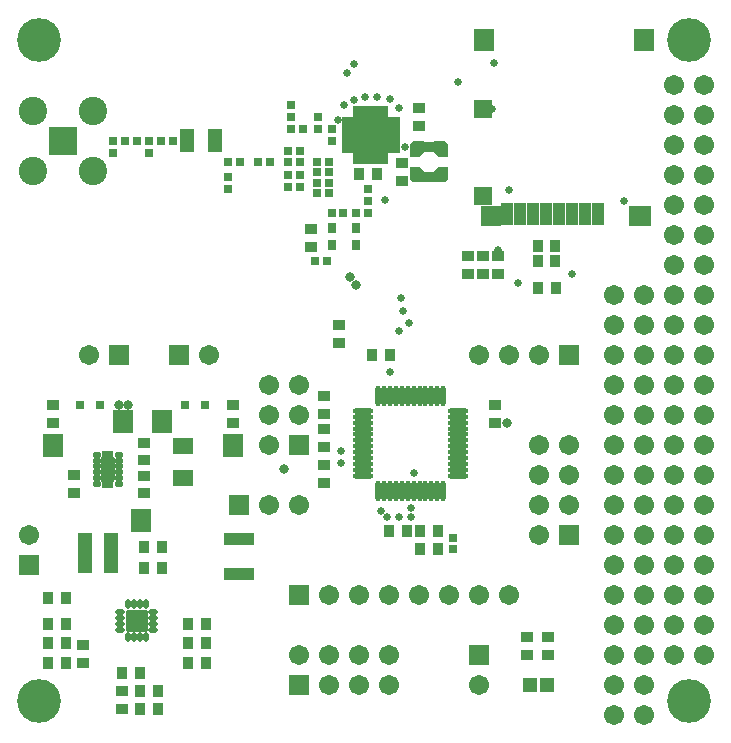
<source format=gts>
G04*
G04 #@! TF.GenerationSoftware,Altium Limited,Altium Designer,20.1.11 (218)*
G04*
G04 Layer_Color=8388736*
%FSLAX25Y25*%
%MOIN*%
G70*
G04*
G04 #@! TF.SameCoordinates,CF1E9CB3-0BC2-4E6C-9A0D-545EBE8527ED*
G04*
G04*
G04 #@! TF.FilePolarity,Negative*
G04*
G01*
G75*
%ADD15R,0.09843X0.03937*%
%ADD16R,0.03556X0.04343*%
%ADD17R,0.04343X0.03556*%
G04:AMPARAMS|DCode=18|XSize=43.43mil|YSize=86.74mil|CornerRadius=5.95mil|HoleSize=0mil|Usage=FLASHONLY|Rotation=180.000|XOffset=0mil|YOffset=0mil|HoleType=Round|Shape=RoundedRectangle|*
%AMROUNDEDRECTD18*
21,1,0.04343,0.07484,0,0,180.0*
21,1,0.03154,0.08674,0,0,180.0*
1,1,0.01190,-0.01577,0.03742*
1,1,0.01190,0.01577,0.03742*
1,1,0.01190,0.01577,-0.03742*
1,1,0.01190,-0.01577,-0.03742*
%
%ADD18ROUNDEDRECTD18*%
G04:AMPARAMS|DCode=19|XSize=17.84mil|YSize=27.69mil|CornerRadius=5.97mil|HoleSize=0mil|Usage=FLASHONLY|Rotation=270.000|XOffset=0mil|YOffset=0mil|HoleType=Round|Shape=RoundedRectangle|*
%AMROUNDEDRECTD19*
21,1,0.01784,0.01575,0,0,270.0*
21,1,0.00591,0.02769,0,0,270.0*
1,1,0.01194,-0.00787,-0.00295*
1,1,0.01194,-0.00787,0.00295*
1,1,0.01194,0.00787,0.00295*
1,1,0.01194,0.00787,-0.00295*
%
%ADD19ROUNDEDRECTD19*%
G04:AMPARAMS|DCode=20|XSize=17.84mil|YSize=31.62mil|CornerRadius=5.97mil|HoleSize=0mil|Usage=FLASHONLY|Rotation=90.000|XOffset=0mil|YOffset=0mil|HoleType=Round|Shape=RoundedRectangle|*
%AMROUNDEDRECTD20*
21,1,0.01784,0.01968,0,0,90.0*
21,1,0.00591,0.03162,0,0,90.0*
1,1,0.01194,0.00984,0.00295*
1,1,0.01194,0.00984,-0.00295*
1,1,0.01194,-0.00984,-0.00295*
1,1,0.01194,-0.00984,0.00295*
%
%ADD20ROUNDEDRECTD20*%
G04:AMPARAMS|DCode=21|XSize=17.84mil|YSize=31.62mil|CornerRadius=5.97mil|HoleSize=0mil|Usage=FLASHONLY|Rotation=0.000|XOffset=0mil|YOffset=0mil|HoleType=Round|Shape=RoundedRectangle|*
%AMROUNDEDRECTD21*
21,1,0.01784,0.01968,0,0,0.0*
21,1,0.00591,0.03162,0,0,0.0*
1,1,0.01194,0.00295,-0.00984*
1,1,0.01194,-0.00295,-0.00984*
1,1,0.01194,-0.00295,0.00984*
1,1,0.01194,0.00295,0.00984*
%
%ADD21ROUNDEDRECTD21*%
G04:AMPARAMS|DCode=22|XSize=74.93mil|YSize=74.93mil|CornerRadius=6.01mil|HoleSize=0mil|Usage=FLASHONLY|Rotation=0.000|XOffset=0mil|YOffset=0mil|HoleType=Round|Shape=RoundedRectangle|*
%AMROUNDEDRECTD22*
21,1,0.07493,0.06291,0,0,0.0*
21,1,0.06291,0.07493,0,0,0.0*
1,1,0.01202,0.03146,-0.03146*
1,1,0.01202,-0.03146,-0.03146*
1,1,0.01202,-0.03146,0.03146*
1,1,0.01202,0.03146,0.03146*
%
%ADD22ROUNDEDRECTD22*%
%ADD23R,0.07099X0.03950*%
%ADD24R,0.03162X0.02769*%
%ADD25R,0.02769X0.03162*%
%ADD26R,0.04934X0.02572*%
%ADD27R,0.02769X0.02769*%
%ADD28R,0.09800X0.03800*%
%ADD29R,0.02769X0.02769*%
%ADD30R,0.03150X0.03150*%
%ADD31R,0.11233X0.11233*%
%ADD32R,0.04147X0.01981*%
%ADD33R,0.01981X0.04147*%
%ADD34O,0.06902X0.01784*%
%ADD35O,0.01784X0.06902*%
%ADD36R,0.07493X0.06706*%
%ADD37R,0.03950X0.07414*%
%ADD38R,0.07099X0.06706*%
%ADD39R,0.05879X0.05918*%
%ADD40R,0.05879X0.06312*%
%ADD41R,0.06706X0.07493*%
%ADD42R,0.04540X0.04934*%
%ADD43R,0.03150X0.03543*%
%ADD44R,0.06706X0.05721*%
%ADD45R,0.04737X0.13398*%
%ADD46R,0.06706X0.06706*%
%ADD47C,0.06706*%
%ADD48R,0.06706X0.06706*%
%ADD49R,0.09461X0.09461*%
%ADD50C,0.09461*%
%ADD51C,0.02572*%
%ADD52C,0.02769*%
%ADD53C,0.03300*%
%ADD54C,0.14580*%
%ADD55C,0.03162*%
G36*
X288500Y391401D02*
X288552Y391397D01*
X288604Y391387D01*
X288653Y391370D01*
X288685Y391355D01*
X288701Y391347D01*
X288744Y391318D01*
X288784Y391283D01*
X289784Y390283D01*
Y390283D01*
X289784D01*
X289818Y390244D01*
X289847Y390200D01*
X289855Y390184D01*
X289870Y390153D01*
X289887Y390104D01*
X289897Y390052D01*
X289901Y390000D01*
Y390000D01*
D01*
X289901Y386500D01*
X289897Y386448D01*
X289889Y386407D01*
X289887Y386396D01*
Y386396D01*
X289887Y386396D01*
X289870Y386347D01*
X289859Y386324D01*
X289847Y386300D01*
X289818Y386256D01*
X289818Y386256D01*
X289818Y386256D01*
X289798Y386233D01*
X289784Y386217D01*
X289783Y386217D01*
X289783Y386216D01*
X289767Y386202D01*
X289744Y386182D01*
X289744Y386182D01*
X289744Y386182D01*
X289700Y386153D01*
X289676Y386141D01*
X289653Y386130D01*
X289604Y386113D01*
X289604Y386113D01*
X289604D01*
X289593Y386111D01*
X289552Y386103D01*
X289500Y386099D01*
X287000Y386099D01*
X287000D01*
X287000D01*
X286948Y386102D01*
X286917Y386108D01*
X286896Y386113D01*
X286896Y386113D01*
D01*
X286847Y386129D01*
X286816Y386144D01*
X286800Y386153D01*
X286800Y386153D01*
D01*
X286756Y386182D01*
X286728Y386207D01*
X286717Y386216D01*
X286717Y386216D01*
X286717Y386216D01*
X285217Y387717D01*
X285182Y387756D01*
X285153Y387800D01*
X285130Y387847D01*
X285113Y387896D01*
X285103Y387948D01*
X285099Y388000D01*
Y391000D01*
D01*
Y391000D01*
X285103Y391052D01*
X285113Y391104D01*
X285130Y391153D01*
X285141Y391177D01*
X285153Y391200D01*
X285182Y391244D01*
X285217Y391283D01*
X285217D01*
Y391283D01*
X285256Y391318D01*
X285300Y391347D01*
X285323Y391359D01*
X285347Y391370D01*
X285396Y391387D01*
X285448Y391397D01*
X285500Y391401D01*
D01*
X285500D01*
X288500Y391401D01*
D02*
G37*
G36*
X281552Y391397D02*
X281604Y391387D01*
X281653Y391370D01*
X281677Y391359D01*
X281700Y391347D01*
X281744Y391318D01*
X281783Y391283D01*
Y391283D01*
X281783D01*
X281818Y391244D01*
X281847Y391200D01*
X281859Y391177D01*
X281870Y391153D01*
X281887Y391104D01*
X281897Y391052D01*
X281901Y391000D01*
Y391000D01*
D01*
Y388000D01*
X281897Y387948D01*
X281887Y387896D01*
X281870Y387847D01*
X281847Y387800D01*
X281818Y387756D01*
X281783Y387717D01*
X280283Y386216D01*
X280283Y386216D01*
X280283Y386216D01*
X280272Y386207D01*
X280244Y386182D01*
X280200Y386153D01*
D01*
X280200Y386153D01*
X280184Y386144D01*
X280153Y386129D01*
X280103Y386113D01*
D01*
X280103Y386113D01*
X280083Y386108D01*
X280052Y386102D01*
X280000Y386099D01*
X280000D01*
X280000D01*
X277500Y386099D01*
X277448Y386103D01*
X277407Y386111D01*
X277396Y386113D01*
X277396D01*
X277396Y386113D01*
X277347Y386130D01*
X277324Y386141D01*
X277300Y386153D01*
X277256Y386182D01*
X277256Y386182D01*
X277256Y386182D01*
X277233Y386202D01*
X277217Y386216D01*
X277217Y386217D01*
X277217Y386217D01*
X277202Y386233D01*
X277182Y386256D01*
X277182Y386256D01*
X277182Y386256D01*
X277153Y386300D01*
X277141Y386324D01*
X277130Y386347D01*
X277113Y386396D01*
X277113Y386396D01*
Y386396D01*
X277111Y386407D01*
X277103Y386448D01*
X277099Y386500D01*
X277099Y390000D01*
D01*
Y390000D01*
X277102Y390052D01*
X277113Y390104D01*
X277130Y390153D01*
X277145Y390184D01*
X277153Y390200D01*
X277182Y390244D01*
X277216Y390283D01*
X277217D01*
Y390283D01*
X278217Y391283D01*
X278256Y391318D01*
X278299Y391347D01*
X278315Y391355D01*
X278346Y391370D01*
X278396Y391387D01*
X278448Y391397D01*
X278500Y391401D01*
X281500Y391401D01*
X281500D01*
D01*
X281552Y391397D01*
D02*
G37*
G36*
X289500Y382901D02*
X289552Y382897D01*
X289593Y382889D01*
X289604Y382887D01*
X289604D01*
X289604Y382887D01*
X289653Y382870D01*
X289676Y382859D01*
X289700Y382847D01*
X289744Y382818D01*
X289744Y382818D01*
X289744Y382818D01*
X289767Y382798D01*
X289783Y382784D01*
X289783Y382783D01*
X289784Y382783D01*
X289798Y382767D01*
X289818Y382744D01*
X289818Y382744D01*
X289818Y382744D01*
X289847Y382700D01*
X289859Y382676D01*
X289870Y382653D01*
X289887Y382604D01*
X289887Y382604D01*
Y382604D01*
X289889Y382593D01*
X289897Y382552D01*
X289901Y382500D01*
X289901Y379000D01*
D01*
Y379000D01*
X289897Y378948D01*
X289887Y378896D01*
X289870Y378847D01*
X289855Y378816D01*
X289847Y378800D01*
X289818Y378756D01*
X289784Y378717D01*
X289784D01*
Y378717D01*
X288784Y377717D01*
X288744Y377682D01*
X288701Y377653D01*
X288685Y377645D01*
X288653Y377630D01*
X288604Y377613D01*
X288552Y377603D01*
X288500Y377599D01*
X285500Y377599D01*
X285500D01*
D01*
X285448Y377603D01*
X285396Y377613D01*
X285347Y377630D01*
X285323Y377641D01*
X285300Y377653D01*
X285256Y377682D01*
X285217Y377716D01*
Y377717D01*
X285217D01*
X285182Y377756D01*
X285153Y377800D01*
X285141Y377823D01*
X285130Y377847D01*
X285113Y377896D01*
X285103Y377948D01*
X285099Y378000D01*
Y378000D01*
D01*
Y381000D01*
X285103Y381052D01*
X285113Y381104D01*
X285130Y381153D01*
X285153Y381200D01*
X285182Y381244D01*
X285217Y381283D01*
X286717Y382784D01*
X286717Y382784D01*
X286717Y382784D01*
X286728Y382793D01*
X286756Y382818D01*
X286800Y382847D01*
D01*
X286800Y382847D01*
X286816Y382856D01*
X286847Y382871D01*
X286896Y382887D01*
D01*
X286896Y382887D01*
X286917Y382892D01*
X286948Y382898D01*
X287000Y382901D01*
X287000D01*
X287000D01*
X289500Y382901D01*
D02*
G37*
G36*
X280052Y382898D02*
X280083Y382892D01*
X280103Y382887D01*
X280103Y382887D01*
D01*
X280153Y382871D01*
X280184Y382856D01*
X280200Y382847D01*
X280200Y382847D01*
D01*
X280244Y382818D01*
X280272Y382793D01*
X280283Y382784D01*
X280283Y382784D01*
X280283Y382784D01*
X281783Y381283D01*
X281818Y381244D01*
X281847Y381200D01*
X281870Y381153D01*
X281887Y381104D01*
X281897Y381052D01*
X281901Y381000D01*
Y378000D01*
D01*
Y378000D01*
X281897Y377948D01*
X281887Y377896D01*
X281870Y377847D01*
X281859Y377823D01*
X281847Y377800D01*
X281818Y377756D01*
X281783Y377717D01*
X281783D01*
Y377716D01*
X281744Y377682D01*
X281700Y377653D01*
X281677Y377641D01*
X281653Y377630D01*
X281604Y377613D01*
X281552Y377603D01*
X281500Y377599D01*
D01*
X281500D01*
X278500Y377599D01*
X278448Y377603D01*
X278396Y377613D01*
X278346Y377630D01*
X278315Y377645D01*
X278299Y377653D01*
X278256Y377682D01*
X278217Y377717D01*
X277217Y378717D01*
Y378717D01*
X277216D01*
X277182Y378756D01*
X277153Y378800D01*
X277145Y378816D01*
X277130Y378847D01*
X277113Y378896D01*
X277102Y378948D01*
X277099Y379000D01*
Y379000D01*
D01*
X277099Y382500D01*
X277103Y382552D01*
X277111Y382593D01*
X277113Y382604D01*
Y382604D01*
X277113Y382604D01*
X277130Y382653D01*
X277141Y382676D01*
X277153Y382700D01*
X277182Y382744D01*
X277182Y382744D01*
X277182Y382744D01*
X277202Y382767D01*
X277217Y382783D01*
X277217Y382783D01*
X277217Y382784D01*
X277233Y382798D01*
X277256Y382818D01*
X277256Y382818D01*
X277256Y382818D01*
X277300Y382847D01*
X277324Y382859D01*
X277347Y382870D01*
X277396Y382887D01*
X277396Y382887D01*
X277396D01*
X277407Y382889D01*
X277448Y382897D01*
X277500Y382901D01*
X280000Y382901D01*
X280000D01*
X280000D01*
X280052Y382898D01*
D02*
G37*
G36*
X177905Y288240D02*
X177956Y288230D01*
X178006Y288213D01*
X178053Y288190D01*
X178096Y288160D01*
X178136Y288126D01*
X178170Y288087D01*
X178200Y288043D01*
X178223Y287996D01*
X178240Y287946D01*
X178250Y287895D01*
X178253Y287842D01*
Y286261D01*
X178301Y286244D01*
X178348Y286221D01*
X178392Y286192D01*
X178431Y286157D01*
X178466Y286118D01*
X178495Y286074D01*
X178518Y286027D01*
X178535Y285978D01*
X178545Y285926D01*
X178549Y285874D01*
Y278000D01*
X178545Y277948D01*
X178535Y277896D01*
X178518Y277847D01*
X178495Y277800D01*
X178466Y277756D01*
X178431Y277717D01*
X178392Y277682D01*
X178348Y277653D01*
X178301Y277630D01*
X178253Y277613D01*
Y276031D01*
X178250Y275979D01*
X178240Y275928D01*
X178223Y275878D01*
X178200Y275831D01*
X178170Y275787D01*
X178136Y275748D01*
X178096Y275713D01*
X178053Y275684D01*
X178006Y275661D01*
X177956Y275644D01*
X177905Y275634D01*
X177852Y275631D01*
X176868D01*
X176816Y275634D01*
X176764Y275644D01*
X176715Y275661D01*
X176668Y275684D01*
X176624Y275713D01*
X176585Y275748D01*
X176550Y275787D01*
X176521Y275831D01*
X176498Y275878D01*
X176481Y275928D01*
X176471Y275979D01*
X176467Y276031D01*
Y277599D01*
X176285D01*
Y276031D01*
X176281Y275979D01*
X176271Y275928D01*
X176254Y275878D01*
X176231Y275831D01*
X176202Y275787D01*
X176167Y275748D01*
X176128Y275713D01*
X176084Y275684D01*
X176037Y275661D01*
X175988Y275644D01*
X175936Y275634D01*
X175884Y275631D01*
X174900D01*
X174847Y275634D01*
X174796Y275644D01*
X174746Y275661D01*
X174699Y275684D01*
X174656Y275713D01*
X174616Y275748D01*
X174582Y275787D01*
X174552Y275831D01*
X174529Y275878D01*
X174512Y275928D01*
X174502Y275979D01*
X174499Y276031D01*
Y277613D01*
X174451Y277630D01*
X174404Y277653D01*
X174360Y277682D01*
X174321Y277717D01*
X174286Y277756D01*
X174257Y277800D01*
X174234Y277847D01*
X174217Y277896D01*
X174207Y277948D01*
X174204Y278000D01*
Y285874D01*
X174207Y285926D01*
X174217Y285978D01*
X174234Y286027D01*
X174257Y286074D01*
X174286Y286118D01*
X174321Y286157D01*
X174360Y286192D01*
X174404Y286221D01*
X174451Y286244D01*
X174499Y286261D01*
Y287842D01*
X174502Y287895D01*
X174512Y287946D01*
X174529Y287996D01*
X174552Y288043D01*
X174582Y288087D01*
X174616Y288126D01*
X174656Y288160D01*
X174699Y288190D01*
X174746Y288213D01*
X174796Y288230D01*
X174847Y288240D01*
X174900Y288243D01*
X175884D01*
X175936Y288240D01*
X175988Y288230D01*
X176037Y288213D01*
X176084Y288190D01*
X176128Y288160D01*
X176167Y288126D01*
X176202Y288087D01*
X176231Y288043D01*
X176254Y287996D01*
X176271Y287946D01*
X176281Y287895D01*
X176285Y287842D01*
Y286275D01*
X176467D01*
Y287842D01*
X176471Y287895D01*
X176481Y287946D01*
X176498Y287996D01*
X176521Y288043D01*
X176550Y288087D01*
X176585Y288126D01*
X176624Y288160D01*
X176668Y288190D01*
X176715Y288213D01*
X176764Y288230D01*
X176816Y288240D01*
X176868Y288243D01*
X177852D01*
X177905Y288240D01*
D02*
G37*
D15*
X220000Y247094D02*
D03*
Y258906D02*
D03*
D16*
X325553Y356500D02*
D03*
X319647D02*
D03*
X265953Y380500D02*
D03*
X260047D02*
D03*
X270047Y261500D02*
D03*
X275953D02*
D03*
X156547Y224000D02*
D03*
X162453D02*
D03*
X162453Y217500D02*
D03*
X156547D02*
D03*
X162453Y239000D02*
D03*
X156547D02*
D03*
X162500Y230500D02*
D03*
X156595D02*
D03*
X181047Y214000D02*
D03*
X186953D02*
D03*
X192953Y208000D02*
D03*
X187047D02*
D03*
X187047Y202000D02*
D03*
X192953D02*
D03*
X194453Y256000D02*
D03*
X188547D02*
D03*
X194453Y249000D02*
D03*
X188547D02*
D03*
X208953Y217500D02*
D03*
X203047D02*
D03*
X208953Y224000D02*
D03*
X203047D02*
D03*
X208953Y230500D02*
D03*
X203047D02*
D03*
X319747Y342500D02*
D03*
X325653D02*
D03*
X319647Y351300D02*
D03*
X325553D02*
D03*
X286453Y261500D02*
D03*
X280547D02*
D03*
X286405Y255500D02*
D03*
X280500D02*
D03*
X264547Y320000D02*
D03*
X270453D02*
D03*
D17*
X165000Y274047D02*
D03*
Y279953D02*
D03*
X181000Y202047D02*
D03*
Y207953D02*
D03*
X188484Y279866D02*
D03*
Y273961D02*
D03*
X188484Y284961D02*
D03*
Y290866D02*
D03*
X244000Y356047D02*
D03*
Y361953D02*
D03*
X253500Y329953D02*
D03*
Y324047D02*
D03*
X301575Y347012D02*
D03*
Y352917D02*
D03*
X306575Y347012D02*
D03*
Y352917D02*
D03*
X316000Y220047D02*
D03*
Y225953D02*
D03*
X323000Y220047D02*
D03*
Y225953D02*
D03*
X248500Y283453D02*
D03*
Y277547D02*
D03*
Y300547D02*
D03*
Y306453D02*
D03*
X296575Y347012D02*
D03*
Y352917D02*
D03*
X158000Y303453D02*
D03*
Y297547D02*
D03*
X168000Y217547D02*
D03*
Y223453D02*
D03*
X218000Y303453D02*
D03*
Y297547D02*
D03*
X248500Y295453D02*
D03*
Y289547D02*
D03*
X305500Y303453D02*
D03*
Y297547D02*
D03*
X280000Y396547D02*
D03*
Y402453D02*
D03*
X274500Y383953D02*
D03*
Y378047D02*
D03*
D18*
X176376Y281937D02*
D03*
D19*
X172636Y277016D02*
D03*
Y278984D02*
D03*
Y280953D02*
D03*
Y282921D02*
D03*
Y284890D02*
D03*
Y286858D02*
D03*
X180116D02*
D03*
Y284890D02*
D03*
Y282921D02*
D03*
Y280953D02*
D03*
Y278984D02*
D03*
Y277016D02*
D03*
D20*
X180500Y234469D02*
D03*
Y232500D02*
D03*
Y230532D02*
D03*
Y228563D02*
D03*
X191524D02*
D03*
Y230532D02*
D03*
Y232500D02*
D03*
Y234469D02*
D03*
D21*
X183059Y226004D02*
D03*
X185028D02*
D03*
X186996D02*
D03*
X188965D02*
D03*
Y237028D02*
D03*
X186996D02*
D03*
X185028D02*
D03*
X183059D02*
D03*
D22*
X186012Y231516D02*
D03*
D23*
X181500Y299800D02*
D03*
Y296000D02*
D03*
X187500Y263100D02*
D03*
Y266900D02*
D03*
X194500Y299800D02*
D03*
Y296000D02*
D03*
X158000Y291900D02*
D03*
Y288100D02*
D03*
X218000Y291900D02*
D03*
Y288100D02*
D03*
D24*
X185968Y391500D02*
D03*
X182032D02*
D03*
X194032Y391500D02*
D03*
X197968D02*
D03*
X220468Y384500D02*
D03*
X216531D02*
D03*
X226532Y384500D02*
D03*
X230469D02*
D03*
X240469Y384500D02*
D03*
X236531D02*
D03*
X236531Y388000D02*
D03*
X240469D02*
D03*
X241469Y395500D02*
D03*
X237531D02*
D03*
X246031Y374000D02*
D03*
X249969D02*
D03*
X249969Y384500D02*
D03*
X246031D02*
D03*
X249969Y381000D02*
D03*
X246031D02*
D03*
X259032Y367500D02*
D03*
X262968D02*
D03*
X246031Y377500D02*
D03*
X249969D02*
D03*
X245532Y351500D02*
D03*
X249468D02*
D03*
D25*
X190000Y391469D02*
D03*
Y387531D02*
D03*
X236500Y376031D02*
D03*
Y379969D02*
D03*
X237500Y399532D02*
D03*
Y403469D02*
D03*
X263000Y371532D02*
D03*
Y375468D02*
D03*
X178000Y391469D02*
D03*
Y387531D02*
D03*
X216500Y379468D02*
D03*
Y375532D02*
D03*
X240500Y376031D02*
D03*
Y379969D02*
D03*
X251100Y391531D02*
D03*
Y395468D02*
D03*
X246300Y395431D02*
D03*
Y399369D02*
D03*
D26*
X212224Y388941D02*
D03*
Y391500D02*
D03*
Y394059D02*
D03*
X202776D02*
D03*
Y391500D02*
D03*
Y388941D02*
D03*
D27*
X251228Y367500D02*
D03*
X254772D02*
D03*
D28*
X283500Y379500D02*
D03*
Y389500D02*
D03*
D29*
X291500Y259043D02*
D03*
Y255500D02*
D03*
D30*
X173748Y303500D02*
D03*
X167252D02*
D03*
X202252D02*
D03*
X208748D02*
D03*
D31*
X264000Y393500D02*
D03*
D32*
X256323Y388579D02*
D03*
Y390547D02*
D03*
Y392516D02*
D03*
Y394484D02*
D03*
Y396453D02*
D03*
Y398421D02*
D03*
X271677D02*
D03*
Y396453D02*
D03*
Y394484D02*
D03*
Y392516D02*
D03*
Y390547D02*
D03*
Y388579D02*
D03*
D33*
X259079Y401177D02*
D03*
X261047D02*
D03*
X263016D02*
D03*
X264984D02*
D03*
X266953D02*
D03*
X268921D02*
D03*
Y385823D02*
D03*
X266953D02*
D03*
X264984D02*
D03*
X263016D02*
D03*
X261047D02*
D03*
X259079D02*
D03*
D34*
X261512Y279827D02*
D03*
Y281795D02*
D03*
Y283764D02*
D03*
Y285732D02*
D03*
Y287701D02*
D03*
Y289669D02*
D03*
Y291638D02*
D03*
Y293606D02*
D03*
Y295575D02*
D03*
Y297543D02*
D03*
Y299512D02*
D03*
Y301480D02*
D03*
X293205D02*
D03*
Y299512D02*
D03*
Y297543D02*
D03*
Y295575D02*
D03*
Y293606D02*
D03*
Y291638D02*
D03*
Y289669D02*
D03*
Y287701D02*
D03*
Y285732D02*
D03*
Y283764D02*
D03*
Y281795D02*
D03*
Y279827D02*
D03*
D35*
X266531Y306500D02*
D03*
X268500D02*
D03*
X270468D02*
D03*
X272437D02*
D03*
X274406D02*
D03*
X276374D02*
D03*
X278343D02*
D03*
X280311D02*
D03*
X282279D02*
D03*
X284248D02*
D03*
X286216D02*
D03*
X288185D02*
D03*
Y274807D02*
D03*
X286216D02*
D03*
X284248D02*
D03*
X282279D02*
D03*
X280311D02*
D03*
X278343D02*
D03*
X276374D02*
D03*
X274406D02*
D03*
X272437D02*
D03*
X270468D02*
D03*
X268500D02*
D03*
X266531D02*
D03*
D36*
X353894Y366571D02*
D03*
D37*
X339917Y366925D02*
D03*
X335587D02*
D03*
X331256D02*
D03*
X326925D02*
D03*
X322594D02*
D03*
X318264D02*
D03*
X313933D02*
D03*
X309602D02*
D03*
D38*
X304051Y366571D02*
D03*
D39*
X301512Y373067D02*
D03*
D40*
Y402201D02*
D03*
D41*
X301925Y425035D02*
D03*
X355075D02*
D03*
D42*
X322756Y210000D02*
D03*
X317244D02*
D03*
D43*
X250965Y362354D02*
D03*
X259035D02*
D03*
X250965Y356646D02*
D03*
X259035D02*
D03*
D44*
X201500Y279087D02*
D03*
Y289913D02*
D03*
D45*
X177331Y254000D02*
D03*
X168669D02*
D03*
D46*
X220000Y270000D02*
D03*
X240000Y210000D02*
D03*
Y240000D02*
D03*
X180000Y320000D02*
D03*
X200000D02*
D03*
X330000D02*
D03*
D47*
X230000Y270000D02*
D03*
X240000D02*
D03*
X300000Y210000D02*
D03*
X230000Y290000D02*
D03*
X240000Y300000D02*
D03*
X230000D02*
D03*
X240000Y310000D02*
D03*
X230000D02*
D03*
X375000Y220000D02*
D03*
X365000D02*
D03*
X375000Y230000D02*
D03*
X365000D02*
D03*
X375000Y240000D02*
D03*
X365000D02*
D03*
X375000Y250000D02*
D03*
X365000D02*
D03*
X375000Y260000D02*
D03*
X365000D02*
D03*
X375000Y270000D02*
D03*
X365000D02*
D03*
X375000Y280000D02*
D03*
X365000D02*
D03*
X375000Y290000D02*
D03*
X365000D02*
D03*
X375000Y300000D02*
D03*
X365000D02*
D03*
X375000Y310000D02*
D03*
X365000D02*
D03*
X375000Y320000D02*
D03*
X365000D02*
D03*
X375000Y330000D02*
D03*
X365000D02*
D03*
X375000Y340000D02*
D03*
X365000D02*
D03*
X375000Y350000D02*
D03*
X365000D02*
D03*
X375000Y360000D02*
D03*
X365000D02*
D03*
X375000Y370000D02*
D03*
X365000D02*
D03*
X375000Y380000D02*
D03*
X365000D02*
D03*
X375000Y390000D02*
D03*
X365000D02*
D03*
X375000Y400000D02*
D03*
X365000D02*
D03*
X375000Y410000D02*
D03*
X365000D02*
D03*
X345000Y340000D02*
D03*
X355000D02*
D03*
X345000Y330000D02*
D03*
X355000D02*
D03*
X345000Y320000D02*
D03*
X355000D02*
D03*
X345000Y310000D02*
D03*
X355000D02*
D03*
X345000Y300000D02*
D03*
X355000D02*
D03*
X345000Y290000D02*
D03*
X355000D02*
D03*
X345000Y280000D02*
D03*
X355000D02*
D03*
X345000Y270000D02*
D03*
X355000D02*
D03*
X345000Y260000D02*
D03*
X355000D02*
D03*
X345000Y250000D02*
D03*
X355000D02*
D03*
X345000Y240000D02*
D03*
X355000D02*
D03*
X345000Y230000D02*
D03*
X355000D02*
D03*
X345000Y220000D02*
D03*
X355000D02*
D03*
X345000Y210000D02*
D03*
X355000D02*
D03*
X345000Y200000D02*
D03*
X355000D02*
D03*
X150000Y260000D02*
D03*
X240000Y220000D02*
D03*
X250000Y210000D02*
D03*
Y220000D02*
D03*
X260000Y210000D02*
D03*
Y220000D02*
D03*
X270000Y210000D02*
D03*
Y220000D02*
D03*
X320000Y260000D02*
D03*
X330000Y270000D02*
D03*
X320000D02*
D03*
X330000Y280000D02*
D03*
X320000D02*
D03*
X330000Y290000D02*
D03*
X320000D02*
D03*
X310000Y240000D02*
D03*
X300000D02*
D03*
X290000D02*
D03*
X280000D02*
D03*
X270000D02*
D03*
X260000D02*
D03*
X250000D02*
D03*
X170000Y320000D02*
D03*
X210000D02*
D03*
X320000D02*
D03*
X310000D02*
D03*
X300000D02*
D03*
D48*
Y220000D02*
D03*
X240000Y290000D02*
D03*
X150000Y250000D02*
D03*
X330000Y260000D02*
D03*
D49*
X161500Y391500D02*
D03*
D50*
X171539Y381461D02*
D03*
Y401539D02*
D03*
X151461D02*
D03*
Y381461D02*
D03*
D51*
X270484Y314308D02*
D03*
X313000Y344000D02*
D03*
X348500Y371500D02*
D03*
X310000Y375000D02*
D03*
X305000Y417500D02*
D03*
X304500Y402000D02*
D03*
X276619Y330705D02*
D03*
X273500Y328000D02*
D03*
X274812Y334671D02*
D03*
X274000Y339000D02*
D03*
X275500Y389500D02*
D03*
X273364Y402349D02*
D03*
X268903Y371903D02*
D03*
X254984Y403463D02*
D03*
X253000Y398500D02*
D03*
X258463Y404959D02*
D03*
X262097Y406029D02*
D03*
X254000Y287968D02*
D03*
X293000Y411000D02*
D03*
X266000Y406000D02*
D03*
X258500Y417000D02*
D03*
X256000Y414000D02*
D03*
X331000Y347000D02*
D03*
X306500Y355000D02*
D03*
X270500Y405500D02*
D03*
X267500Y268000D02*
D03*
X277500Y269000D02*
D03*
X269500Y266000D02*
D03*
X277563D02*
D03*
X254181Y284181D02*
D03*
X278343Y280842D02*
D03*
X273500Y266000D02*
D03*
D52*
X260000Y394900D02*
D03*
X262700D02*
D03*
X265400D02*
D03*
X268000D02*
D03*
X260000Y392400D02*
D03*
X262700D02*
D03*
X265400D02*
D03*
X268000D02*
D03*
X260000Y389600D02*
D03*
X262700D02*
D03*
X265400D02*
D03*
X268000D02*
D03*
Y397500D02*
D03*
X265400D02*
D03*
X262700D02*
D03*
X260000D02*
D03*
X176376Y281937D02*
D03*
Y284890D02*
D03*
Y278984D02*
D03*
X186012Y231516D02*
D03*
X187980Y229547D02*
D03*
Y233484D02*
D03*
X184043D02*
D03*
Y229547D02*
D03*
D53*
X257000Y346000D02*
D03*
X259000Y343500D02*
D03*
D54*
X370079Y425197D02*
D03*
Y204724D02*
D03*
X153543D02*
D03*
Y425197D02*
D03*
D55*
X180000Y303500D02*
D03*
X235000Y282175D02*
D03*
X183000Y303500D02*
D03*
X309453Y297547D02*
D03*
M02*

</source>
